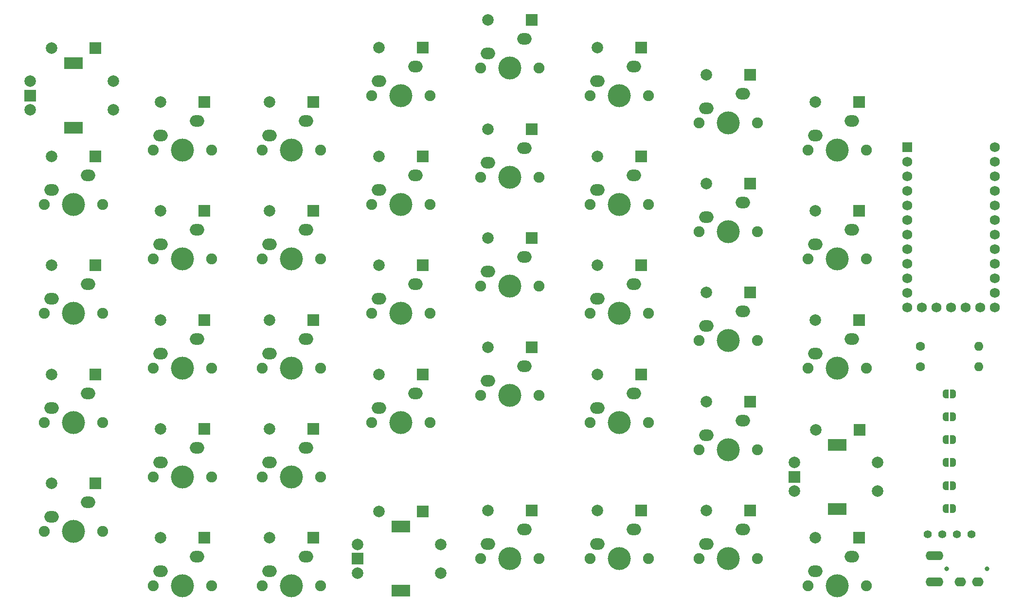
<source format=gbs>
%TF.GenerationSoftware,KiCad,Pcbnew,(6.0.4-0)*%
%TF.CreationDate,2022-03-31T21:48:39+02:00*%
%TF.ProjectId,PCB,5043422e-6b69-4636-9164-5f7063625858,rev?*%
%TF.SameCoordinates,Original*%
%TF.FileFunction,Soldermask,Bot*%
%TF.FilePolarity,Negative*%
%FSLAX46Y46*%
G04 Gerber Fmt 4.6, Leading zero omitted, Abs format (unit mm)*
G04 Created by KiCad (PCBNEW (6.0.4-0)) date 2022-03-31 21:48:39*
%MOMM*%
%LPD*%
G01*
G04 APERTURE LIST*
G04 Aperture macros list*
%AMFreePoly0*
4,1,22,0.500000,-0.750000,0.000000,-0.750000,0.000000,-0.745033,-0.079941,-0.743568,-0.215256,-0.701293,-0.333266,-0.622738,-0.424486,-0.514219,-0.481581,-0.384460,-0.499164,-0.250000,-0.500000,-0.250000,-0.500000,0.250000,-0.499164,0.250000,-0.499963,0.256109,-0.478152,0.396186,-0.417904,0.524511,-0.324060,0.630769,-0.204165,0.706417,-0.067858,0.745374,0.000000,0.744959,0.000000,0.750000,
0.500000,0.750000,0.500000,-0.750000,0.500000,-0.750000,$1*%
%AMFreePoly1*
4,1,20,0.000000,0.744959,0.073905,0.744508,0.209726,0.703889,0.328688,0.626782,0.421226,0.519385,0.479903,0.390333,0.500000,0.250000,0.500000,-0.250000,0.499851,-0.262216,0.476331,-0.402017,0.414519,-0.529596,0.319384,-0.634700,0.198574,-0.708877,0.061801,-0.746166,0.000000,-0.745033,0.000000,-0.750000,-0.500000,-0.750000,-0.500000,0.750000,0.000000,0.750000,0.000000,0.744959,
0.000000,0.744959,$1*%
G04 Aperture macros list end*
%ADD10C,1.600000*%
%ADD11O,1.600000X1.600000*%
%ADD12C,4.000000*%
%ADD13C,1.900000*%
%ADD14O,2.500000X2.000000*%
%ADD15C,2.000000*%
%ADD16R,2.000000X2.000000*%
%ADD17C,0.800000*%
%ADD18O,3.100000X1.600000*%
%ADD19O,2.000000X1.600000*%
%ADD20FreePoly0,0.000000*%
%ADD21FreePoly1,0.000000*%
%ADD22R,3.200000X2.000000*%
%ADD23R,1.752600X1.752600*%
%ADD24C,1.752600*%
%ADD25C,1.397000*%
G04 APERTURE END LIST*
D10*
X221420000Y-96250000D03*
D11*
X231580000Y-96250000D03*
D10*
X221420000Y-92750000D03*
D11*
X231580000Y-92750000D03*
D12*
X74000000Y-106000000D03*
D13*
X68920000Y-106000000D03*
X79080000Y-106000000D03*
D14*
X70190000Y-103460000D03*
X76540000Y-100920000D03*
D15*
X70190000Y-97618000D03*
D16*
X77810000Y-97618000D03*
D13*
X193080000Y-53750000D03*
D12*
X188000000Y-53750000D03*
D13*
X182920000Y-53750000D03*
D14*
X184190000Y-51210000D03*
X190540000Y-48670000D03*
D15*
X184190000Y-45368000D03*
D16*
X191810000Y-45368000D03*
D17*
X226012500Y-131500000D03*
X233012500Y-131500000D03*
D18*
X223862500Y-129200000D03*
X223862500Y-133800000D03*
D19*
X228412500Y-133800000D03*
X231412500Y-133800000D03*
D12*
X169000000Y-87000000D03*
D13*
X163920000Y-87000000D03*
X174080000Y-87000000D03*
D14*
X165190000Y-84460000D03*
X171540000Y-81920000D03*
D15*
X165190000Y-78618000D03*
D16*
X172810000Y-78618000D03*
D12*
X169000000Y-68000000D03*
D13*
X174080000Y-68000000D03*
X163920000Y-68000000D03*
D14*
X165190000Y-65460000D03*
X171540000Y-62920000D03*
D15*
X165190000Y-59618000D03*
D16*
X172810000Y-59618000D03*
D13*
X212080000Y-58500000D03*
D12*
X207000000Y-58500000D03*
D13*
X201920000Y-58500000D03*
D14*
X203190000Y-55960000D03*
X209540000Y-53420000D03*
D15*
X203190000Y-50118000D03*
D16*
X210810000Y-50118000D03*
D13*
X68920000Y-87000000D03*
D12*
X74000000Y-87000000D03*
D13*
X79080000Y-87000000D03*
D14*
X70190000Y-84460000D03*
X76540000Y-81920000D03*
D15*
X70190000Y-78618000D03*
D16*
X77810000Y-78618000D03*
D20*
X225850000Y-105000000D03*
D21*
X227150000Y-105000000D03*
D12*
X112000000Y-77500000D03*
D13*
X106920000Y-77500000D03*
X117080000Y-77500000D03*
D14*
X108190000Y-74960000D03*
X114540000Y-72420000D03*
D15*
X108190000Y-69118000D03*
D16*
X115810000Y-69118000D03*
D20*
X225850000Y-113000000D03*
D21*
X227150000Y-113000000D03*
D13*
X201920000Y-134500000D03*
D12*
X207000000Y-134500000D03*
D13*
X212080000Y-134500000D03*
D14*
X203190000Y-131960000D03*
X209540000Y-129420000D03*
D15*
X203190000Y-126118000D03*
D16*
X210810000Y-126118000D03*
D15*
X214000000Y-118000000D03*
X214000000Y-113000000D03*
X203250000Y-107250000D03*
D16*
X210870000Y-107250000D03*
D15*
X199500000Y-113000000D03*
X199500000Y-118000000D03*
D16*
X199500000Y-115500000D03*
D22*
X207000000Y-109900000D03*
X207000000Y-121100000D03*
D13*
X174080000Y-49000000D03*
X163920000Y-49000000D03*
D12*
X169000000Y-49000000D03*
D14*
X165190000Y-46460000D03*
X171540000Y-43920000D03*
D15*
X165190000Y-40618000D03*
D16*
X172810000Y-40618000D03*
D20*
X225850000Y-101000000D03*
D21*
X227150000Y-101000000D03*
D13*
X68920000Y-125000000D03*
D12*
X74000000Y-125000000D03*
D13*
X79080000Y-125000000D03*
D14*
X70190000Y-122460000D03*
X76540000Y-119920000D03*
D15*
X70190000Y-116618000D03*
D16*
X77810000Y-116618000D03*
D13*
X155080000Y-82250000D03*
D12*
X150000000Y-82250000D03*
D13*
X144920000Y-82250000D03*
D14*
X146190000Y-79710000D03*
X152540000Y-77170000D03*
D15*
X146190000Y-73868000D03*
D16*
X153810000Y-73868000D03*
D13*
X125920000Y-87000000D03*
X136080000Y-87000000D03*
D12*
X131000000Y-87000000D03*
D14*
X127190000Y-84460000D03*
X133540000Y-81920000D03*
D15*
X127190000Y-78618000D03*
D16*
X134810000Y-78618000D03*
D13*
X98080000Y-96500000D03*
X87920000Y-96500000D03*
D12*
X93000000Y-96500000D03*
D14*
X89190000Y-93960000D03*
X95540000Y-91420000D03*
D15*
X89190000Y-88118000D03*
D16*
X96810000Y-88118000D03*
D12*
X131000000Y-68000000D03*
D13*
X125920000Y-68000000D03*
X136080000Y-68000000D03*
D14*
X127190000Y-65460000D03*
X133540000Y-62920000D03*
D15*
X127190000Y-59618000D03*
D16*
X134810000Y-59618000D03*
D15*
X81000000Y-51500000D03*
X81000000Y-46500000D03*
X70250000Y-40750000D03*
D16*
X77870000Y-40750000D03*
D15*
X66500000Y-46500000D03*
X66500000Y-51500000D03*
D16*
X66500000Y-49000000D03*
D22*
X74000000Y-43400000D03*
X74000000Y-54600000D03*
D12*
X150000000Y-101250000D03*
D13*
X144920000Y-101250000D03*
X155080000Y-101250000D03*
D14*
X146190000Y-98710000D03*
X152540000Y-96170000D03*
D15*
X146190000Y-92868000D03*
D16*
X153810000Y-92868000D03*
D13*
X125920000Y-49000000D03*
X136080000Y-49000000D03*
D12*
X131000000Y-49000000D03*
D14*
X127190000Y-46460000D03*
X133540000Y-43920000D03*
D15*
X127190000Y-40618000D03*
D16*
X134810000Y-40618000D03*
D13*
X98080000Y-58500000D03*
D12*
X93000000Y-58500000D03*
D13*
X87920000Y-58500000D03*
D14*
X89190000Y-55960000D03*
X95540000Y-53420000D03*
D15*
X89190000Y-50118000D03*
D16*
X96810000Y-50118000D03*
D13*
X182920000Y-129750000D03*
X193080000Y-129750000D03*
D12*
X188000000Y-129750000D03*
D14*
X184190000Y-127210000D03*
X190540000Y-124670000D03*
D15*
X184190000Y-121368000D03*
D16*
X191810000Y-121368000D03*
D13*
X193080000Y-91750000D03*
X182920000Y-91750000D03*
D12*
X188000000Y-91750000D03*
D14*
X184190000Y-89210000D03*
X190540000Y-86670000D03*
D15*
X184190000Y-83368000D03*
D16*
X191810000Y-83368000D03*
D13*
X125920000Y-106000000D03*
X136080000Y-106000000D03*
D12*
X131000000Y-106000000D03*
D14*
X127190000Y-103460000D03*
X133540000Y-100920000D03*
D15*
X127190000Y-97618000D03*
D16*
X134810000Y-97618000D03*
D12*
X188000000Y-72750000D03*
D13*
X193080000Y-72750000D03*
X182920000Y-72750000D03*
D14*
X184190000Y-70210000D03*
X190540000Y-67670000D03*
D15*
X184190000Y-64368000D03*
D16*
X191810000Y-64368000D03*
D20*
X225850000Y-109000000D03*
D21*
X227150000Y-109000000D03*
D13*
X87920000Y-77500000D03*
X98080000Y-77500000D03*
D12*
X93000000Y-77500000D03*
D14*
X89190000Y-74960000D03*
X95540000Y-72420000D03*
D15*
X89190000Y-69118000D03*
D16*
X96810000Y-69118000D03*
D13*
X117080000Y-96500000D03*
D12*
X112000000Y-96500000D03*
D13*
X106920000Y-96500000D03*
D14*
X108190000Y-93960000D03*
X114540000Y-91420000D03*
D15*
X108190000Y-88118000D03*
D16*
X115810000Y-88118000D03*
D13*
X117080000Y-58500000D03*
X106920000Y-58500000D03*
D12*
X112000000Y-58500000D03*
D14*
X108190000Y-55960000D03*
X114540000Y-53420000D03*
D15*
X108190000Y-50118000D03*
D16*
X115810000Y-50118000D03*
D20*
X225850000Y-121000000D03*
D21*
X227150000Y-121000000D03*
D13*
X201920000Y-96500000D03*
D12*
X207000000Y-96500000D03*
D13*
X212080000Y-96500000D03*
D14*
X203190000Y-93960000D03*
X209540000Y-91420000D03*
D15*
X203190000Y-88118000D03*
D16*
X210810000Y-88118000D03*
D13*
X79080000Y-68000000D03*
D12*
X74000000Y-68000000D03*
D13*
X68920000Y-68000000D03*
D14*
X70190000Y-65460000D03*
X76540000Y-62920000D03*
D15*
X70190000Y-59618000D03*
D16*
X77810000Y-59618000D03*
D12*
X169000000Y-106000000D03*
D13*
X163920000Y-106000000D03*
X174080000Y-106000000D03*
D14*
X165190000Y-103460000D03*
X171540000Y-100920000D03*
D15*
X165190000Y-97618000D03*
D16*
X172810000Y-97618000D03*
D12*
X150000000Y-63250000D03*
D13*
X155080000Y-63250000D03*
X144920000Y-63250000D03*
D14*
X146190000Y-60710000D03*
X152540000Y-58170000D03*
D15*
X146190000Y-54868000D03*
D16*
X153810000Y-54868000D03*
D23*
X219130000Y-58016750D03*
D24*
X219130000Y-60556750D03*
X219130000Y-63096750D03*
X219130000Y-65636750D03*
X219130000Y-68176750D03*
X219130000Y-70716750D03*
X219130000Y-73256750D03*
X219130000Y-75796750D03*
X219130000Y-78336750D03*
X219130000Y-80876750D03*
X219130000Y-83416750D03*
X219130000Y-85956750D03*
X234370000Y-85956750D03*
X234370000Y-83416750D03*
X234370000Y-80876750D03*
X234370000Y-78336750D03*
X234370000Y-75796750D03*
X234370000Y-73256750D03*
X234370000Y-70716750D03*
X234370000Y-68176750D03*
X234370000Y-65636750D03*
X234370000Y-63096750D03*
X234370000Y-60556750D03*
X234370000Y-58016750D03*
X221670000Y-85956750D03*
X224210000Y-85956750D03*
X226750000Y-85956750D03*
X229290000Y-85956750D03*
X231830000Y-85956750D03*
D25*
X222690000Y-125500000D03*
X225230000Y-125500000D03*
X227770000Y-125500000D03*
X230310000Y-125500000D03*
D13*
X182920000Y-110750000D03*
D12*
X188000000Y-110750000D03*
D13*
X193080000Y-110750000D03*
D14*
X184190000Y-108210000D03*
X190540000Y-105670000D03*
D15*
X184190000Y-102368000D03*
D16*
X191810000Y-102368000D03*
D12*
X150000000Y-129750000D03*
D13*
X155080000Y-129750000D03*
X144920000Y-129750000D03*
D14*
X146190000Y-127210000D03*
X152540000Y-124670000D03*
D15*
X146190000Y-121368000D03*
D16*
X153810000Y-121368000D03*
D12*
X150000000Y-44250000D03*
D13*
X144920000Y-44250000D03*
X155080000Y-44250000D03*
D14*
X146190000Y-41710000D03*
X152540000Y-39170000D03*
D15*
X146190000Y-35868000D03*
D16*
X153810000Y-35868000D03*
D12*
X112000000Y-134500000D03*
D13*
X106920000Y-134500000D03*
X117080000Y-134500000D03*
D14*
X108190000Y-131960000D03*
X114540000Y-129420000D03*
D15*
X108190000Y-126118000D03*
D16*
X115810000Y-126118000D03*
D13*
X201920000Y-77500000D03*
X212080000Y-77500000D03*
D12*
X207000000Y-77500000D03*
D14*
X203190000Y-74960000D03*
X209540000Y-72420000D03*
D15*
X203190000Y-69118000D03*
D16*
X210810000Y-69118000D03*
D12*
X93000000Y-115500000D03*
D13*
X87920000Y-115500000D03*
X98080000Y-115500000D03*
D14*
X89190000Y-112960000D03*
X95540000Y-110420000D03*
D15*
X89190000Y-107118000D03*
D16*
X96810000Y-107118000D03*
D15*
X138000000Y-132250000D03*
X138000000Y-127250000D03*
X127250000Y-121500000D03*
D16*
X134870000Y-121500000D03*
D15*
X123500000Y-127250000D03*
X123500000Y-132250000D03*
D16*
X123500000Y-129750000D03*
D22*
X131000000Y-135350000D03*
X131000000Y-124150000D03*
D12*
X112000000Y-115500000D03*
D13*
X106920000Y-115500000D03*
X117080000Y-115500000D03*
D14*
X108190000Y-112960000D03*
X114540000Y-110420000D03*
D15*
X108190000Y-107118000D03*
D16*
X115810000Y-107118000D03*
D13*
X163920000Y-129750000D03*
D12*
X169000000Y-129750000D03*
D13*
X174080000Y-129750000D03*
D14*
X165190000Y-127210000D03*
X171540000Y-124670000D03*
D15*
X165190000Y-121368000D03*
D16*
X172810000Y-121368000D03*
D20*
X225850000Y-117000000D03*
D21*
X227150000Y-117000000D03*
D13*
X98080000Y-134500000D03*
X87920000Y-134500000D03*
D12*
X93000000Y-134500000D03*
D14*
X89190000Y-131960000D03*
X95540000Y-129420000D03*
D15*
X89190000Y-126118000D03*
D16*
X96810000Y-126118000D03*
D20*
X225850000Y-113000000D03*
D21*
X227150000Y-113000000D03*
D20*
X225850000Y-105000000D03*
D21*
X227150000Y-105000000D03*
D20*
X225850000Y-109000000D03*
D21*
X227150000Y-109000000D03*
D20*
X225850000Y-121000000D03*
D21*
X227150000Y-121000000D03*
D20*
X225850000Y-101000000D03*
D21*
X227150000Y-101000000D03*
D20*
X225850000Y-117000000D03*
D21*
X227150000Y-117000000D03*
M02*

</source>
